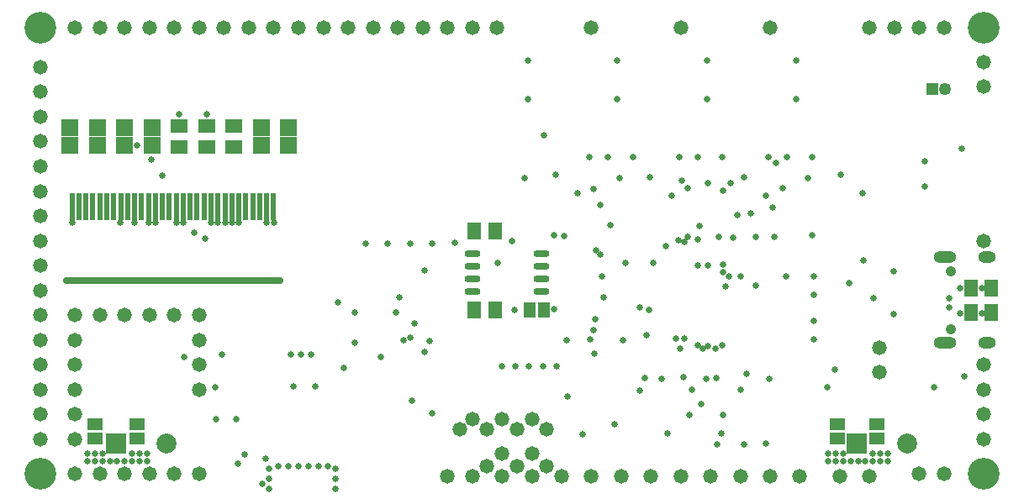
<source format=gbr>
%TF.GenerationSoftware,Altium Limited,Altium Designer,21.1.1 (26)*%
G04 Layer_Color=16711935*
%FSLAX45Y45*%
%MOMM*%
%TF.SameCoordinates,E9E44C67-710E-4D47-B277-6F884E921ACF*%
%TF.FilePolarity,Negative*%
%TF.FileFunction,Soldermask,Bot*%
%TF.Part,Single*%
G01*
G75*
%TA.AperFunction,SMDPad,CuDef*%
%ADD88R,0.60320X2.70320*%
%ADD89R,1.50320X1.25320*%
%ADD90R,1.25320X1.50320*%
%ADD91R,1.40320X1.70320*%
%ADD92O,1.60320X0.75320*%
%ADD93R,1.70320X1.65320*%
%ADD94R,1.70320X1.40320*%
%TA.AperFunction,ComponentPad*%
%ADD95R,1.25320X1.25320*%
%ADD96C,1.25320*%
%ADD97C,1.05320*%
%ADD98O,1.80320X1.20320*%
%ADD99O,2.30320X1.20320*%
%ADD100C,2.00320*%
%ADD101R,2.00320X2.00320*%
%ADD102O,22.20320X0.70320*%
%TA.AperFunction,ViaPad*%
%ADD103C,3.20320*%
%ADD104C,0.65320*%
%ADD105C,1.47320*%
D88*
X779500Y2947600D02*
D03*
X709500D02*
D03*
X639500D02*
D03*
X849500D02*
D03*
X569500D02*
D03*
X919500D02*
D03*
X1059500D02*
D03*
X1129500D02*
D03*
X1339500D02*
D03*
X1269500D02*
D03*
X1549500D02*
D03*
X1689500D02*
D03*
X1619500D02*
D03*
X1829500D02*
D03*
X1899500D02*
D03*
X2109500D02*
D03*
X2039500D02*
D03*
X2249500D02*
D03*
X2319500D02*
D03*
X2459500D02*
D03*
X2529500D02*
D03*
X989500D02*
D03*
X1409500D02*
D03*
X1199500D02*
D03*
X2179500D02*
D03*
X1759500D02*
D03*
X1969500D02*
D03*
X2389500D02*
D03*
X2599500D02*
D03*
X1479500D02*
D03*
D89*
X1225000Y747500D02*
D03*
Y602500D02*
D03*
X800000D02*
D03*
Y747500D02*
D03*
X8275000Y602500D02*
D03*
Y747500D02*
D03*
X8675000Y602500D02*
D03*
Y747500D02*
D03*
D90*
X5177500Y1900000D02*
D03*
X5322500D02*
D03*
D91*
X4620000Y2700000D02*
D03*
X4830000D02*
D03*
X4620000Y1900000D02*
D03*
X4830000D02*
D03*
X9830000Y1875000D02*
D03*
X9620000D02*
D03*
X9830000Y2125000D02*
D03*
X9620000D02*
D03*
D92*
X5300000Y2465500D02*
D03*
Y2338500D02*
D03*
Y2211500D02*
D03*
Y2084500D02*
D03*
X4600000Y2465500D02*
D03*
Y2338500D02*
D03*
Y2211500D02*
D03*
Y2084500D02*
D03*
D93*
X2750000Y3557500D02*
D03*
Y3742500D02*
D03*
X2475000Y3557500D02*
D03*
Y3742500D02*
D03*
X1375000Y3557500D02*
D03*
Y3742500D02*
D03*
X1100000D02*
D03*
Y3557500D02*
D03*
X825000Y3742500D02*
D03*
Y3557500D02*
D03*
X550000D02*
D03*
Y3742500D02*
D03*
D94*
X2200000Y3755000D02*
D03*
Y3545000D02*
D03*
X1925000Y3755000D02*
D03*
Y3545000D02*
D03*
X1650000Y3755000D02*
D03*
Y3545000D02*
D03*
D95*
X9236500Y4125000D02*
D03*
D96*
X9363500D02*
D03*
D97*
X9417000Y1711000D02*
D03*
Y2289000D02*
D03*
D98*
X9782000Y2432000D02*
D03*
Y1568000D02*
D03*
D99*
X9364000D02*
D03*
Y2432000D02*
D03*
D100*
X8984000Y558800D02*
D03*
X1524000D02*
D03*
D101*
X8476000D02*
D03*
X1016000D02*
D03*
D102*
X1584500Y2197600D02*
D03*
D103*
X250000Y250000D02*
D03*
X9750000D02*
D03*
Y4750000D02*
D03*
X250000D02*
D03*
D104*
X7116978Y1545141D02*
D03*
X7051040Y1508760D02*
D03*
X7058660Y1220327D02*
D03*
X6140000Y2372500D02*
D03*
X5927500Y2029100D02*
D03*
X5910204Y2242500D02*
D03*
X5025000Y1900000D02*
D03*
X5000000Y2600000D02*
D03*
X4853940Y2376640D02*
D03*
X6735265Y1617165D02*
D03*
X6873428Y1545141D02*
D03*
X6976511Y1535428D02*
D03*
X6925533Y1508400D02*
D03*
X6283960Y1925600D02*
D03*
X6378310Y1899550D02*
D03*
X6654800Y1612635D02*
D03*
X5420360Y1910080D02*
D03*
X7340720Y546900D02*
D03*
X7106920Y660400D02*
D03*
X7123700Y840740D02*
D03*
X8037500Y1602500D02*
D03*
X7863840Y4023360D02*
D03*
Y4417060D02*
D03*
X6964680D02*
D03*
X6962140Y4025900D02*
D03*
X6062980D02*
D03*
Y4417060D02*
D03*
X5163820D02*
D03*
Y4025900D02*
D03*
X1100000Y375000D02*
D03*
X1175000Y450000D02*
D03*
X875000D02*
D03*
X1025000Y375000D02*
D03*
X950000D02*
D03*
X9250000Y1125000D02*
D03*
X8175000D02*
D03*
X8394700Y2174240D02*
D03*
X8638540Y2024380D02*
D03*
X8542500Y2397500D02*
D03*
X6697980Y1508450D02*
D03*
X8185000Y450000D02*
D03*
X8260000D02*
D03*
X8335000D02*
D03*
X8185000Y375000D02*
D03*
X8260000D02*
D03*
X8335000D02*
D03*
X8410000D02*
D03*
X8485000D02*
D03*
X8560000D02*
D03*
X8635000D02*
D03*
X8710000D02*
D03*
X8785000Y450000D02*
D03*
X8710000D02*
D03*
X8635000D02*
D03*
X8785000Y375000D02*
D03*
X5552985Y1595665D02*
D03*
X5448300Y1338580D02*
D03*
X2522220Y403860D02*
D03*
X2750000Y325000D02*
D03*
X2950000D02*
D03*
X2850000D02*
D03*
X3150000D02*
D03*
X2650000D02*
D03*
X3050000D02*
D03*
X3225000Y300000D02*
D03*
Y200000D02*
D03*
Y100000D02*
D03*
X2550000Y300000D02*
D03*
Y200000D02*
D03*
Y100000D02*
D03*
X4196080Y858520D02*
D03*
X2775000Y1450000D02*
D03*
X2875000D02*
D03*
X2975000D02*
D03*
X2796940Y1132440D02*
D03*
X3023000D02*
D03*
X7155180Y2141220D02*
D03*
X9158180Y3146000D02*
D03*
X9160300Y3400000D02*
D03*
X9531140Y3527000D02*
D03*
X8532940Y3082500D02*
D03*
X7555840Y3057500D02*
D03*
X7203440Y3180080D02*
D03*
X6605880Y3057500D02*
D03*
X5657500Y3082500D02*
D03*
X8250000Y1300000D02*
D03*
X1325000Y375000D02*
D03*
X1250000Y450000D02*
D03*
X1325000D02*
D03*
X1250000Y375000D02*
D03*
X1175000D02*
D03*
X875000D02*
D03*
X800000D02*
D03*
X725000D02*
D03*
X800000Y450000D02*
D03*
X725000D02*
D03*
X2227502Y800001D02*
D03*
X2022501D02*
D03*
X7660000Y3380000D02*
D03*
X5890000Y2957500D02*
D03*
X5992500Y2755000D02*
D03*
X1225000Y3557500D02*
D03*
X1372500Y3420000D02*
D03*
X1925000Y3877500D02*
D03*
X1650000Y3875000D02*
D03*
X7063100Y546900D02*
D03*
X7557500Y560000D02*
D03*
X7359969Y1256446D02*
D03*
X6887500Y2747500D02*
D03*
X6739189Y2590458D02*
D03*
X6675000Y2601510D02*
D03*
X5560202Y1032500D02*
D03*
X6957502Y1210203D02*
D03*
X9555000Y1235202D02*
D03*
X8842502Y1860205D02*
D03*
Y2289800D02*
D03*
X8019999Y3439800D02*
D03*
X7767498D02*
D03*
X7582499D02*
D03*
X7120001D02*
D03*
X6867500D02*
D03*
X6682501D02*
D03*
X6219998D02*
D03*
X5967501D02*
D03*
X5782498D02*
D03*
X5320000Y3660201D02*
D03*
X5130002Y3227299D02*
D03*
X5439797Y3267502D02*
D03*
X6079998Y3227299D02*
D03*
X6389796Y3242502D02*
D03*
X6709999Y3209798D02*
D03*
X7339800Y3242502D02*
D03*
X7979999Y3227299D02*
D03*
X8314799Y3267502D02*
D03*
X8022422Y2654899D02*
D03*
X6727100Y1227500D02*
D03*
X6815000Y1100000D02*
D03*
X7302500D02*
D03*
X6032297Y750001D02*
D03*
X5785201Y1607500D02*
D03*
X7592502Y1210203D02*
D03*
X6507500D02*
D03*
X7267499Y2860203D02*
D03*
X7082500Y2639797D02*
D03*
X7642499D02*
D03*
X7457501D02*
D03*
X5832500Y1460200D02*
D03*
X6785204Y842498D02*
D03*
X6564798Y657499D02*
D03*
X5839800Y1805000D02*
D03*
X6114796Y1594998D02*
D03*
X5710204Y645003D02*
D03*
X8037500Y1792500D02*
D03*
X7757500Y2237500D02*
D03*
X8037500Y2057500D02*
D03*
Y2242500D02*
D03*
X3911600Y1600200D02*
D03*
X3864970Y2029460D02*
D03*
X1478280Y3258820D02*
D03*
X6873240Y2347870D02*
D03*
X5847080Y2500270D02*
D03*
X5890260Y2458720D02*
D03*
X6972300Y2346960D02*
D03*
X6288099Y1091259D02*
D03*
X6337300Y1216660D02*
D03*
X6774180Y3131820D02*
D03*
X5819140Y3119120D02*
D03*
X6423660Y2374900D02*
D03*
X6550660Y2545080D02*
D03*
X6769100Y2639800D02*
D03*
X5521661Y2646320D02*
D03*
X7127240Y3106420D02*
D03*
X7724140Y3130910D02*
D03*
X6875780Y2616200D02*
D03*
X7625080Y2938780D02*
D03*
X7226300Y2628900D02*
D03*
X7406640Y2872740D02*
D03*
X7124700Y2362200D02*
D03*
X7455398Y2149963D02*
D03*
X7122160Y2279460D02*
D03*
X7307580Y2237740D02*
D03*
X7188030Y2237910D02*
D03*
X6972300Y3180080D02*
D03*
X9730800Y1869440D02*
D03*
X9731948Y2124338D02*
D03*
X9514840Y2120900D02*
D03*
X6355080Y1648460D02*
D03*
X5824220Y1701800D02*
D03*
X4173530Y1592270D02*
D03*
X3305699Y1315000D02*
D03*
X1700000Y1425000D02*
D03*
X4424680Y2575560D02*
D03*
X5427980Y2654300D02*
D03*
X3246120Y1978660D02*
D03*
X3975000Y2575000D02*
D03*
X4200000D02*
D03*
X3750000D02*
D03*
X3525000D02*
D03*
X2241881Y353061D02*
D03*
X2310461Y449581D02*
D03*
X3683450Y1425200D02*
D03*
X5173980Y1338580D02*
D03*
X5311140D02*
D03*
X5036820D02*
D03*
X4899660D02*
D03*
X568960Y2786380D02*
D03*
X1059180D02*
D03*
X1201420D02*
D03*
X1343660D02*
D03*
X1409700D02*
D03*
X1620520D02*
D03*
X1689100D02*
D03*
X1968500D02*
D03*
X2039620D02*
D03*
X2110740D02*
D03*
X2600960D02*
D03*
X2529840D02*
D03*
X2250440D02*
D03*
X2179320D02*
D03*
X2076781Y1450341D02*
D03*
X4018280Y1767840D02*
D03*
X3830320Y1877060D02*
D03*
X9514840Y1871980D02*
D03*
X2483181Y152401D02*
D03*
X6901360Y954220D02*
D03*
X1798320Y2677160D02*
D03*
X1913890Y2622867D02*
D03*
X4117340Y2299780D02*
D03*
X4119880Y1474940D02*
D03*
X3992880Y988060D02*
D03*
X3975100Y1620520D02*
D03*
X3416300Y1874520D02*
D03*
X3416100Y1572340D02*
D03*
X2015821Y1125221D02*
D03*
X9403440Y2024380D02*
D03*
X9405620Y1925320D02*
D03*
D105*
X5800000Y4750000D02*
D03*
X6700000D02*
D03*
X8700000Y1275000D02*
D03*
Y1525000D02*
D03*
X4350000Y225000D02*
D03*
X4475000Y700000D02*
D03*
X5350000D02*
D03*
Y325000D02*
D03*
X5050000D02*
D03*
X4750000D02*
D03*
X5050000Y700000D02*
D03*
X4750000D02*
D03*
X4900000Y450000D02*
D03*
X5200000D02*
D03*
Y800000D02*
D03*
X4900000D02*
D03*
X4600000D02*
D03*
X8600000Y225000D02*
D03*
X8300000D02*
D03*
X9750000Y1100000D02*
D03*
Y850000D02*
D03*
Y600000D02*
D03*
X9100000Y250000D02*
D03*
X9350000D02*
D03*
X9750000Y1350000D02*
D03*
Y2600000D02*
D03*
Y4150000D02*
D03*
Y4400000D02*
D03*
X1850000Y1100000D02*
D03*
Y1350000D02*
D03*
Y1600000D02*
D03*
Y1850000D02*
D03*
X1600000D02*
D03*
X1350000D02*
D03*
X1100000D02*
D03*
X850000D02*
D03*
X600000D02*
D03*
Y1600000D02*
D03*
Y1350000D02*
D03*
Y1100000D02*
D03*
Y850000D02*
D03*
Y600000D02*
D03*
Y250000D02*
D03*
X850000D02*
D03*
X1100000D02*
D03*
X1350000D02*
D03*
X1600000D02*
D03*
X1850000D02*
D03*
X8600000Y4750000D02*
D03*
X8850000D02*
D03*
X9100000D02*
D03*
X9350000D02*
D03*
X4600000D02*
D03*
X4850000D02*
D03*
X7600000D02*
D03*
X600000D02*
D03*
X850000D02*
D03*
X1100000D02*
D03*
X1350000D02*
D03*
X1600000D02*
D03*
X1850000D02*
D03*
X2100000D02*
D03*
X2350000D02*
D03*
X2600000D02*
D03*
X2850000D02*
D03*
X3100000D02*
D03*
X3350000D02*
D03*
X3600000D02*
D03*
X3850000D02*
D03*
X4100000D02*
D03*
X4350000D02*
D03*
X250000Y4350000D02*
D03*
Y4100000D02*
D03*
Y3850000D02*
D03*
Y3600000D02*
D03*
Y3350000D02*
D03*
Y3100000D02*
D03*
Y2850000D02*
D03*
Y2600000D02*
D03*
Y2350000D02*
D03*
Y2100000D02*
D03*
Y1850000D02*
D03*
Y1600000D02*
D03*
Y1350000D02*
D03*
Y1100000D02*
D03*
Y850000D02*
D03*
Y600000D02*
D03*
X4600000Y225000D02*
D03*
X4900000D02*
D03*
X5200000D02*
D03*
X5500000D02*
D03*
X5800000D02*
D03*
X6100000D02*
D03*
X6400000D02*
D03*
X6700000D02*
D03*
X7000000D02*
D03*
X7300000D02*
D03*
X7600000D02*
D03*
X7900000D02*
D03*
%TF.MD5,75122913b84e771bcf3257f5ef3706df*%
M02*

</source>
